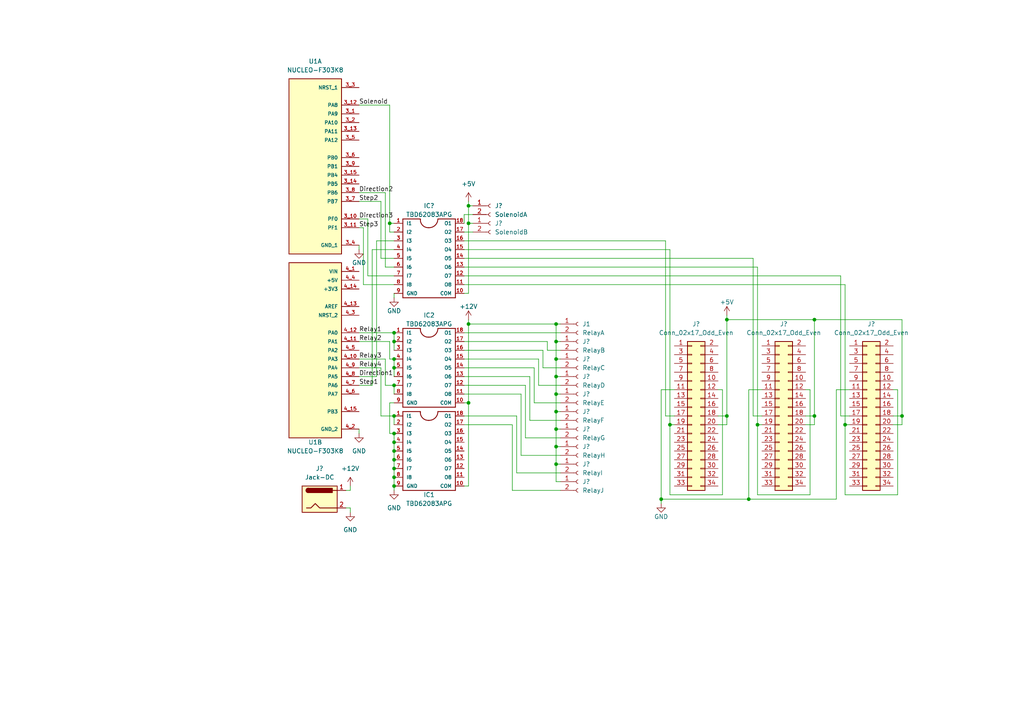
<source format=kicad_sch>
(kicad_sch (version 20211123) (generator eeschema)
  (paper "A4")
  (lib_symbols
    (symbol "Connector:Conn_01x02_Female" (pin_names (offset 1.016) hide)
      (property "Reference" "J" (at 0 2.54 0))
      (property "Value" "Conn_01x02_Female" (at 0 -5.08 0))
      (symbol "Conn_01x02_Female_1_1"
        (arc (start 0 -2.032) (mid -0.508 -2.54) (end 0 -3.048) (stroke (width 0.1524)))
        (polyline (pts (xy -1.27 -2.54) (xy -0.508 -2.54)) (stroke (width 0.1524)))
        (polyline (pts (xy -1.27 0) (xy -0.508 0)) (stroke (width 0.1524)))
        (arc (start 0 0.508) (mid -0.508 0) (end 0 -0.508) (stroke (width 0.1524)))
        (pin passive line (at -5.08 0 0) (length 3.81) (name "Pin_1") (number "1"))
        (pin passive line (at -5.08 -2.54 0) (length 3.81) (name "Pin_2") (number "2"))
      )
    )
    (symbol "Connector:Jack-DC" (pin_names (offset 1.016))
      (property "Reference" "J" (at 0 5.334 0))
      (property "Value" "Jack-DC" (at 0 -5.08 0))
      (symbol "Jack-DC_0_1"
        (rectangle (start -5.08 3.81) (end 5.08 -3.81) (stroke (width 0.254)) (fill (type background)))
        (arc (start -3.302 3.175) (mid -3.937 2.54) (end -3.302 1.905) (stroke (width 0.254)))
        (arc (start -3.302 3.175) (mid -3.937 2.54) (end -3.302 1.905) (stroke (width 0.254)) (fill (type outline)))
        (polyline (pts (xy 5.08 2.54) (xy 3.81 2.54)) (stroke (width 0.254)))
        (polyline (pts (xy -3.81 -2.54) (xy -2.54 -2.54) (xy -1.27 -1.27) (xy 0 -2.54) (xy 2.54 -2.54) (xy 5.08 -2.54)) (stroke (width 0.254)))
        (rectangle (start 3.683 3.175) (end -3.302 1.905) (stroke (width 0.254)) (fill (type outline)))
      )
      (symbol "Jack-DC_1_1"
        (pin passive line (at 7.62 2.54 180) (length 2.54) (name "~") (number "1"))
        (pin passive line (at 7.62 -2.54 180) (length 2.54) (name "~") (number "2"))
      )
    )
    (symbol "Connector_Generic:Conn_02x17_Odd_Even" (pin_names (offset 1.016) hide)
      (property "Reference" "J" (at 1.27 22.86 0))
      (property "Value" "Conn_02x17_Odd_Even" (at 1.27 -22.86 0))
      (symbol "Conn_02x17_Odd_Even_1_1"
        (rectangle (start -1.27 -20.193) (end 0 -20.447) (stroke (width 0.1524)))
        (rectangle (start -1.27 -17.653) (end 0 -17.907) (stroke (width 0.1524)))
        (rectangle (start -1.27 -15.113) (end 0 -15.367) (stroke (width 0.1524)))
        (rectangle (start -1.27 -12.573) (end 0 -12.827) (stroke (width 0.1524)))
        (rectangle (start -1.27 -10.033) (end 0 -10.287) (stroke (width 0.1524)))
        (rectangle (start -1.27 -7.493) (end 0 -7.747) (stroke (width 0.1524)))
        (rectangle (start -1.27 -4.953) (end 0 -5.207) (stroke (width 0.1524)))
        (rectangle (start -1.27 -2.413) (end 0 -2.667) (stroke (width 0.1524)))
        (rectangle (start -1.27 0.127) (end 0 -0.127) (stroke (width 0.1524)))
        (rectangle (start -1.27 2.667) (end 0 2.413) (stroke (width 0.1524)))
        (rectangle (start -1.27 5.207) (end 0 4.953) (stroke (width 0.1524)))
        (rectangle (start -1.27 7.747) (end 0 7.493) (stroke (width 0.1524)))
        (rectangle (start -1.27 10.287) (end 0 10.033) (stroke (width 0.1524)))
        (rectangle (start -1.27 12.827) (end 0 12.573) (stroke (width 0.1524)))
        (rectangle (start -1.27 15.367) (end 0 15.113) (stroke (width 0.1524)))
        (rectangle (start -1.27 17.907) (end 0 17.653) (stroke (width 0.1524)))
        (rectangle (start -1.27 20.447) (end 0 20.193) (stroke (width 0.1524)))
        (rectangle (start -1.27 21.59) (end 3.81 -21.59) (stroke (width 0.254)) (fill (type background)))
        (rectangle (start 3.81 -20.193) (end 2.54 -20.447) (stroke (width 0.1524)))
        (rectangle (start 3.81 -17.653) (end 2.54 -17.907) (stroke (width 0.1524)))
        (rectangle (start 3.81 -15.113) (end 2.54 -15.367) (stroke (width 0.1524)))
        (rectangle (start 3.81 -12.573) (end 2.54 -12.827) (stroke (width 0.1524)))
        (rectangle (start 3.81 -10.033) (end 2.54 -10.287) (stroke (width 0.1524)))
        (rectangle (start 3.81 -7.493) (end 2.54 -7.747) (stroke (width 0.1524)))
        (rectangle (start 3.81 -4.953) (end 2.54 -5.207) (stroke (width 0.1524)))
        (rectangle (start 3.81 -2.413) (end 2.54 -2.667) (stroke (width 0.1524)))
        (rectangle (start 3.81 0.127) (end 2.54 -0.127) (stroke (width 0.1524)))
        (rectangle (start 3.81 2.667) (end 2.54 2.413) (stroke (width 0.1524)))
        (rectangle (start 3.81 5.207) (end 2.54 4.953) (stroke (width 0.1524)))
        (rectangle (start 3.81 7.747) (end 2.54 7.493) (stroke (width 0.1524)))
        (rectangle (start 3.81 10.287) (end 2.54 10.033) (stroke (width 0.1524)))
        (rectangle (start 3.81 12.827) (end 2.54 12.573) (stroke (width 0.1524)))
        (rectangle (start 3.81 15.367) (end 2.54 15.113) (stroke (width 0.1524)))
        (rectangle (start 3.81 17.907) (end 2.54 17.653) (stroke (width 0.1524)))
        (rectangle (start 3.81 20.447) (end 2.54 20.193) (stroke (width 0.1524)))
        (pin passive line (at -5.08 20.32 0) (length 3.81) (name "Pin_1") (number "1"))
        (pin passive line (at 7.62 10.16 180) (length 3.81) (name "Pin_10") (number "10"))
        (pin passive line (at -5.08 7.62 0) (length 3.81) (name "Pin_11") (number "11"))
        (pin passive line (at 7.62 7.62 180) (length 3.81) (name "Pin_12") (number "12"))
        (pin passive line (at -5.08 5.08 0) (length 3.81) (name "Pin_13") (number "13"))
        (pin passive line (at 7.62 5.08 180) (length 3.81) (name "Pin_14") (number "14"))
        (pin passive line (at -5.08 2.54 0) (length 3.81) (name "Pin_15") (number "15"))
        (pin passive line (at 7.62 2.54 180) (length 3.81) (name "Pin_16") (number "16"))
        (pin passive line (at -5.08 0 0) (length 3.81) (name "Pin_17") (number "17"))
        (pin passive line (at 7.62 0 180) (length 3.81) (name "Pin_18") (number "18"))
        (pin passive line (at -5.08 -2.54 0) (length 3.81) (name "Pin_19") (number "19"))
        (pin passive line (at 7.62 20.32 180) (length 3.81) (name "Pin_2") (number "2"))
        (pin passive line (at 7.62 -2.54 180) (length 3.81) (name "Pin_20") (number "20"))
        (pin passive line (at -5.08 -5.08 0) (length 3.81) (name "Pin_21") (number "21"))
        (pin passive line (at 7.62 -5.08 180) (length 3.81) (name "Pin_22") (number "22"))
        (pin passive line (at -5.08 -7.62 0) (length 3.81) (name "Pin_23") (number "23"))
        (pin passive line (at 7.62 -7.62 180) (length 3.81) (name "Pin_24") (number "24"))
        (pin passive line (at -5.08 -10.16 0) (length 3.81) (name "Pin_25") (number "25"))
        (pin passive line (at 7.62 -10.16 180) (length 3.81) (name "Pin_26") (number "26"))
        (pin passive line (at -5.08 -12.7 0) (length 3.81) (name "Pin_27") (number "27"))
        (pin passive line (at 7.62 -12.7 180) (length 3.81) (name "Pin_28") (number "28"))
        (pin passive line (at -5.08 -15.24 0) (length 3.81) (name "Pin_29") (number "29"))
        (pin passive line (at -5.08 17.78 0) (length 3.81) (name "Pin_3") (number "3"))
        (pin passive line (at 7.62 -15.24 180) (length 3.81) (name "Pin_30") (number "30"))
        (pin passive line (at -5.08 -17.78 0) (length 3.81) (name "Pin_31") (number "31"))
        (pin passive line (at 7.62 -17.78 180) (length 3.81) (name "Pin_32") (number "32"))
        (pin passive line (at -5.08 -20.32 0) (length 3.81) (name "Pin_33") (number "33"))
        (pin passive line (at 7.62 -20.32 180) (length 3.81) (name "Pin_34") (number "34"))
        (pin passive line (at 7.62 17.78 180) (length 3.81) (name "Pin_4") (number "4"))
        (pin passive line (at -5.08 15.24 0) (length 3.81) (name "Pin_5") (number "5"))
        (pin passive line (at 7.62 15.24 180) (length 3.81) (name "Pin_6") (number "6"))
        (pin passive line (at -5.08 12.7 0) (length 3.81) (name "Pin_7") (number "7"))
        (pin passive line (at 7.62 12.7 180) (length 3.81) (name "Pin_8") (number "8"))
        (pin passive line (at -5.08 10.16 0) (length 3.81) (name "Pin_9") (number "9"))
      )
    )
    (symbol "NUCLEO-F303K8:NUCLEO-F303K8" (pin_names (offset 1.016))
      (property "Reference" "U" (at -7.6292 25.9456 0))
      (property "Value" "NUCLEO-F303K8" (at -7.6233 -27.7005 0))
      (symbol "NUCLEO-F303K8_1_0"
        (rectangle (start -7.62 -25.4) (end 7.62 25.4) (stroke (width 0.254)) (fill (type background)))
        (pin bidirectional line (at 12.7 15.24 180) (length 5.08) (name "PA9") (number "3_1"))
        (pin bidirectional line (at 12.7 -15.24 180) (length 5.08) (name "PF0") (number "3_10"))
        (pin bidirectional line (at 12.7 -17.78 180) (length 5.08) (name "PF1") (number "3_11"))
        (pin bidirectional line (at 12.7 17.78 180) (length 5.08) (name "PA8") (number "3_12"))
        (pin bidirectional line (at 12.7 10.16 180) (length 5.08) (name "PA11") (number "3_13"))
        (pin bidirectional line (at 12.7 -5.08 180) (length 5.08) (name "PB5") (number "3_14"))
        (pin bidirectional line (at 12.7 -2.54 180) (length 5.08) (name "PB4") (number "3_15"))
        (pin bidirectional line (at 12.7 12.7 180) (length 5.08) (name "PA10") (number "3_2"))
        (pin bidirectional line (at 12.7 22.86 180) (length 5.08) (name "NRST_1") (number "3_3"))
        (pin power_in line (at 12.7 -22.86 180) (length 5.08) (name "GND_1") (number "3_4"))
        (pin bidirectional line (at 12.7 7.62 180) (length 5.08) (name "PA12") (number "3_5"))
        (pin bidirectional line (at 12.7 2.54 180) (length 5.08) (name "PB0") (number "3_6"))
        (pin bidirectional line (at 12.7 -10.16 180) (length 5.08) (name "PB7") (number "3_7"))
        (pin bidirectional line (at 12.7 -7.62 180) (length 5.08) (name "PB6") (number "3_8"))
        (pin bidirectional line (at 12.7 0 180) (length 5.08) (name "PB1") (number "3_9"))
      )
      (symbol "NUCLEO-F303K8_2_0"
        (rectangle (start -7.62 -25.4) (end 7.62 25.4) (stroke (width 0.254)) (fill (type background)))
        (pin power_in line (at 12.7 22.86 180) (length 5.08) (name "VIN") (number "4_1"))
        (pin bidirectional line (at 12.7 -2.54 180) (length 5.08) (name "PA3") (number "4_10"))
        (pin bidirectional line (at 12.7 2.54 180) (length 5.08) (name "PA1") (number "4_11"))
        (pin bidirectional line (at 12.7 5.08 180) (length 5.08) (name "PA0") (number "4_12"))
        (pin bidirectional line (at 12.7 12.7 180) (length 5.08) (name "AREF") (number "4_13"))
        (pin power_in line (at 12.7 17.78 180) (length 5.08) (name "+3V3") (number "4_14"))
        (pin bidirectional line (at 12.7 -17.78 180) (length 5.08) (name "PB3") (number "4_15"))
        (pin power_in line (at 12.7 -22.86 180) (length 5.08) (name "GND_2") (number "4_2"))
        (pin bidirectional line (at 12.7 10.16 180) (length 5.08) (name "NRST_2") (number "4_3"))
        (pin power_in line (at 12.7 20.32 180) (length 5.08) (name "+5V") (number "4_4"))
        (pin bidirectional line (at 12.7 0 180) (length 5.08) (name "PA2") (number "4_5"))
        (pin bidirectional line (at 12.7 -12.7 180) (length 5.08) (name "PA7") (number "4_6"))
        (pin bidirectional line (at 12.7 -10.16 180) (length 5.08) (name "PA6") (number "4_7"))
        (pin bidirectional line (at 12.7 -7.62 180) (length 5.08) (name "PA5") (number "4_8"))
        (pin bidirectional line (at 12.7 -5.08 180) (length 5.08) (name "PA4") (number "4_9"))
      )
    )
    (symbol "TBD62083APG:TBD62083APG" (pin_names (offset 1.016))
      (property "Reference" "IC" (at -4.445 12.065 0))
      (property "Value" "TBD62083APG" (at -4.445 -13.97 0))
      (symbol "TBD62083APG_0_0"
        (polyline (pts (xy -5.08 -11.43) (xy 10.16 -11.43)) (stroke (width 0.254)))
        (polyline (pts (xy -5.08 11.43) (xy -5.08 -11.43)) (stroke (width 0.254)))
        (polyline (pts (xy -5.08 11.43) (xy 0 11.43)) (stroke (width 0.254)))
        (polyline (pts (xy 0 11.43) (xy 0 11.176)) (stroke (width 0.254)))
        (polyline (pts (xy 2.54 8.89) (xy 2.286 8.89)) (stroke (width 0.254)))
        (polyline (pts (xy 10.16 -11.43) (xy 10.16 11.43)) (stroke (width 0.254)))
        (polyline (pts (xy 10.16 11.43) (xy 5.08 11.43)) (stroke (width 0.254)))
        (arc (start 0 11.176) (mid 0.6696 9.5596) (end 2.286 8.89) (stroke (width 0.254)))
        (arc (start 2.54 8.89) (mid 4.3361 9.6339) (end 5.08 11.43) (stroke (width 0.254)))
        (pin passive line (at -7.62 10.16 0) (length 2.54) (name "I1") (number "1"))
        (pin passive line (at 12.7 -10.16 180) (length 2.54) (name "COM") (number "10"))
        (pin passive line (at 12.7 -7.62 180) (length 2.54) (name "O8") (number "11"))
        (pin passive line (at 12.7 -5.08 180) (length 2.54) (name "O7") (number "12"))
        (pin passive line (at 12.7 -2.54 180) (length 2.54) (name "O6") (number "13"))
        (pin passive line (at 12.7 0 180) (length 2.54) (name "O5") (number "14"))
        (pin passive line (at 12.7 2.54 180) (length 2.54) (name "O4") (number "15"))
        (pin passive line (at 12.7 5.08 180) (length 2.54) (name "O3") (number "16"))
        (pin passive line (at 12.7 7.62 180) (length 2.54) (name "O2") (number "17"))
        (pin passive line (at 12.7 10.16 180) (length 2.54) (name "O1") (number "18"))
        (pin passive line (at -7.62 7.62 0) (length 2.54) (name "I2") (number "2"))
        (pin passive line (at -7.62 5.08 0) (length 2.54) (name "I3") (number "3"))
        (pin passive line (at -7.62 2.54 0) (length 2.54) (name "I4") (number "4"))
        (pin passive line (at -7.62 0 0) (length 2.54) (name "I5") (number "5"))
        (pin passive line (at -7.62 -2.54 0) (length 2.54) (name "I6") (number "6"))
        (pin passive line (at -7.62 -5.08 0) (length 2.54) (name "I7") (number "7"))
        (pin passive line (at -7.62 -7.62 0) (length 2.54) (name "I8") (number "8"))
        (pin passive line (at -7.62 -10.16 0) (length 2.54) (name "GND") (number "9"))
      )
    )
    (symbol "power:+12V" (power) (pin_names (offset 0))
      (property "Value" "+12V" (at 0 3.556 0))
      (symbol "+12V_0_1"
        (polyline (pts (xy -0.762 1.27) (xy 0 2.54)))
        (polyline (pts (xy 0 0) (xy 0 2.54)))
        (polyline (pts (xy 0 2.54) (xy 0.762 1.27)))
      )
      (symbol "+12V_1_1"
        (pin power_in line (at 0 0 90) (length 0) hide (name "+12V") (number "1"))
      )
    )
    (symbol "power:+5V" (power) (pin_names (offset 0))
      (property "Value" "+5V" (at 0 3.556 0))
      (symbol "+5V_0_1"
        (polyline (pts (xy -0.762 1.27) (xy 0 2.54)))
        (polyline (pts (xy 0 0) (xy 0 2.54)))
        (polyline (pts (xy 0 2.54) (xy 0.762 1.27)))
      )
      (symbol "+5V_1_1"
        (pin power_in line (at 0 0 90) (length 0) hide (name "+5V") (number "1"))
      )
    )
    (symbol "power:GND" (power) (pin_names (offset 0))
      (property "Value" "GND" (at 0 -3.81 0))
      (symbol "GND_0_1"
        (polyline (pts (xy 0 0) (xy 0 -1.27) (xy 1.27 -1.27) (xy 0 -2.54) (xy -1.27 -1.27) (xy 0 -1.27)))
      )
      (symbol "GND_1_1"
        (pin power_in line (at 0 0 270) (length 0) hide (name "GND") (number "1"))
      )
    )
  )
  (junction (at 261.62 120.65))
  (junction (at 135.89 64.77))
  (junction (at 161.29 129.54))
  (junction (at 210.82 120.65))
  (junction (at 161.29 119.38))
  (junction (at 245.11 123.19))
  (junction (at 135.89 59.69))
  (junction (at 161.29 114.3))
  (junction (at 113.03 64.77))
  (junction (at 161.29 104.14))
  (junction (at 161.29 109.22))
  (junction (at 114.3 128.27))
  (junction (at 114.3 104.14))
  (junction (at 114.3 138.43))
  (junction (at 194.31 123.19))
  (junction (at 114.3 111.76))
  (junction (at 161.29 99.06))
  (junction (at 161.29 134.62))
  (junction (at 114.3 130.81))
  (junction (at 114.3 106.68))
  (junction (at 114.3 140.97))
  (junction (at 161.29 124.46))
  (junction (at 135.89 93.98))
  (junction (at 161.29 93.98))
  (junction (at 114.3 96.52))
  (junction (at 236.22 92.71))
  (junction (at 210.82 92.71))
  (junction (at 114.3 99.06))
  (junction (at 135.89 116.84))
  (junction (at 114.3 125.73))
  (junction (at 217.17 144.78))
  (junction (at 236.22 120.65))
  (junction (at 114.3 135.89))
  (junction (at 114.3 120.65))
  (junction (at 114.3 133.35))
  (junction (at 219.71 123.19))
  (junction (at 191.77 144.78))
  (wire (pts (xy 105.41 66.04) (xy 105.41 82.55)))
  (wire (pts (xy 161.29 104.14) (xy 162.56 104.14)))
  (wire (pts (xy 101.6 147.32) (xy 101.6 148.59)))
  (wire (pts (xy 104.14 99.06) (xy 113.03 99.06)))
  (wire (pts (xy 234.95 113.03) (xy 233.68 113.03)))
  (wire (pts (xy 104.14 111.76) (xy 107.95 111.76)))
  (wire (pts (xy 158.75 99.06) (xy 158.75 101.6)))
  (wire (pts (xy 114.3 140.97) (xy 114.3 142.24)))
  (wire (pts (xy 194.31 123.19) (xy 194.31 143.51)))
  (wire (pts (xy 113.03 104.14) (xy 114.3 104.14)))
  (wire (pts (xy 134.62 116.84) (xy 135.89 116.84)))
  (wire (pts (xy 157.48 101.6) (xy 134.62 101.6)))
  (wire (pts (xy 113.03 99.06) (xy 113.03 104.14)))
  (wire (pts (xy 157.48 101.6) (xy 157.48 106.68)))
  (wire (pts (xy 104.14 109.22) (xy 109.22 109.22)))
  (wire (pts (xy 260.35 143.51) (xy 260.35 113.03)))
  (wire (pts (xy 100.33 142.24) (xy 101.6 142.24)))
  (wire (pts (xy 134.62 69.85) (xy 193.04 69.85)))
  (wire (pts (xy 113.03 64.77) (xy 114.3 64.77)))
  (wire (pts (xy 195.58 123.19) (xy 194.31 123.19)))
  (wire (pts (xy 219.71 143.51) (xy 234.95 143.51)))
  (wire (pts (xy 113.03 64.77) (xy 113.03 67.31)))
  (wire (pts (xy 104.14 72.39) (xy 104.14 71.12)))
  (wire (pts (xy 218.44 120.65) (xy 218.44 74.93)))
  (wire (pts (xy 246.38 123.19) (xy 245.11 123.19)))
  (wire (pts (xy 261.62 120.65) (xy 259.08 120.65)))
  (wire (pts (xy 210.82 91.44) (xy 210.82 92.71)))
  (wire (pts (xy 111.76 55.88) (xy 111.76 77.47)))
  (wire (pts (xy 114.3 111.76) (xy 114.3 114.3)))
  (wire (pts (xy 219.71 123.19) (xy 219.71 143.51)))
  (wire (pts (xy 134.62 99.06) (xy 158.75 99.06)))
  (wire (pts (xy 134.62 104.14) (xy 156.21 104.14)))
  (wire (pts (xy 134.62 64.77) (xy 134.62 62.23)))
  (wire (pts (xy 114.3 128.27) (xy 114.3 130.81)))
  (wire (pts (xy 245.11 143.51) (xy 260.35 143.51)))
  (wire (pts (xy 135.89 64.77) (xy 137.16 64.77)))
  (wire (pts (xy 220.98 123.19) (xy 219.71 123.19)))
  (wire (pts (xy 242.57 113.03) (xy 246.38 113.03)))
  (wire (pts (xy 259.08 123.19) (xy 261.62 123.19)))
  (wire (pts (xy 109.22 69.85) (xy 109.22 109.22)))
  (wire (pts (xy 195.58 120.65) (xy 193.04 120.65)))
  (wire (pts (xy 100.33 147.32) (xy 101.6 147.32)))
  (wire (pts (xy 111.76 111.76) (xy 114.3 111.76)))
  (wire (pts (xy 114.3 133.35) (xy 114.3 135.89)))
  (wire (pts (xy 134.62 96.52) (xy 162.56 96.52)))
  (wire (pts (xy 220.98 120.65) (xy 218.44 120.65)))
  (wire (pts (xy 261.62 92.71) (xy 261.62 120.65)))
  (wire (pts (xy 149.86 120.65) (xy 149.86 137.16)))
  (wire (pts (xy 104.14 106.68) (xy 110.49 106.68)))
  (wire (pts (xy 191.77 113.03) (xy 191.77 144.78)))
  (wire (pts (xy 152.4 127) (xy 162.56 127)))
  (wire (pts (xy 135.89 58.42) (xy 135.89 59.69)))
  (wire (pts (xy 134.62 82.55) (xy 245.11 82.55)))
  (wire (pts (xy 114.3 125.73) (xy 114.3 128.27)))
  (wire (pts (xy 114.3 96.52) (xy 114.3 99.06)))
  (wire (pts (xy 134.62 114.3) (xy 151.13 114.3)))
  (wire (pts (xy 210.82 120.65) (xy 208.28 120.65)))
  (wire (pts (xy 210.82 92.71) (xy 236.22 92.71)))
  (wire (pts (xy 153.67 121.92) (xy 162.56 121.92)))
  (wire (pts (xy 219.71 77.47) (xy 219.71 123.19)))
  (wire (pts (xy 161.29 119.38) (xy 162.56 119.38)))
  (wire (pts (xy 104.14 124.46) (xy 104.14 125.73)))
  (wire (pts (xy 109.22 69.85) (xy 114.3 69.85)))
  (wire (pts (xy 210.82 92.71) (xy 210.82 120.65)))
  (wire (pts (xy 114.3 74.93) (xy 110.49 74.93)))
  (wire (pts (xy 151.13 132.08) (xy 162.56 132.08)))
  (wire (pts (xy 236.22 120.65) (xy 236.22 123.19)))
  (wire (pts (xy 154.94 106.68) (xy 154.94 116.84)))
  (wire (pts (xy 208.28 123.19) (xy 210.82 123.19)))
  (wire (pts (xy 107.95 72.39) (xy 107.95 111.76)))
  (wire (pts (xy 217.17 144.78) (xy 242.57 144.78)))
  (wire (pts (xy 233.68 123.19) (xy 236.22 123.19)))
  (wire (pts (xy 113.03 30.48) (xy 104.14 30.48)))
  (wire (pts (xy 194.31 123.19) (xy 194.31 72.39)))
  (wire (pts (xy 191.77 144.78) (xy 191.77 146.05)))
  (wire (pts (xy 114.3 106.68) (xy 114.3 109.22)))
  (wire (pts (xy 191.77 144.78) (xy 217.17 144.78)))
  (wire (pts (xy 162.56 142.24) (xy 148.59 142.24)))
  (wire (pts (xy 156.21 104.14) (xy 156.21 111.76)))
  (wire (pts (xy 107.95 72.39) (xy 114.3 72.39)))
  (wire (pts (xy 114.3 80.01) (xy 106.68 80.01)))
  (wire (pts (xy 161.29 109.22) (xy 162.56 109.22)))
  (wire (pts (xy 209.55 143.51) (xy 194.31 143.51)))
  (wire (pts (xy 161.29 93.98) (xy 162.56 93.98)))
  (wire (pts (xy 134.62 140.97) (xy 135.89 140.97)))
  (wire (pts (xy 153.67 109.22) (xy 134.62 109.22)))
  (wire (pts (xy 236.22 92.71) (xy 236.22 120.65)))
  (wire (pts (xy 242.57 144.78) (xy 242.57 113.03)))
  (wire (pts (xy 104.14 63.5) (xy 106.68 63.5)))
  (wire (pts (xy 135.89 59.69) (xy 135.89 64.77)))
  (wire (pts (xy 135.89 64.77) (xy 135.89 85.09)))
  (wire (pts (xy 161.29 104.14) (xy 161.29 99.06)))
  (wire (pts (xy 110.49 120.65) (xy 114.3 120.65)))
  (wire (pts (xy 135.89 93.98) (xy 161.29 93.98)))
  (wire (pts (xy 110.49 106.68) (xy 110.49 120.65)))
  (wire (pts (xy 104.14 96.52) (xy 114.3 96.52)))
  (wire (pts (xy 105.41 82.55) (xy 114.3 82.55)))
  (wire (pts (xy 161.29 99.06) (xy 161.29 93.98)))
  (wire (pts (xy 104.14 55.88) (xy 111.76 55.88)))
  (wire (pts (xy 135.89 93.98) (xy 135.89 116.84)))
  (wire (pts (xy 134.62 67.31) (xy 137.16 67.31)))
  (wire (pts (xy 114.3 135.89) (xy 114.3 138.43)))
  (wire (pts (xy 208.28 113.03) (xy 209.55 113.03)))
  (wire (pts (xy 101.6 142.24) (xy 101.6 140.97)))
  (wire (pts (xy 161.29 119.38) (xy 161.29 114.3)))
  (wire (pts (xy 104.14 58.42) (xy 110.49 58.42)))
  (wire (pts (xy 156.21 111.76) (xy 162.56 111.76)))
  (wire (pts (xy 233.68 120.65) (xy 236.22 120.65)))
  (wire (pts (xy 217.17 113.03) (xy 220.98 113.03)))
  (wire (pts (xy 148.59 123.19) (xy 134.62 123.19)))
  (wire (pts (xy 245.11 82.55) (xy 245.11 123.19)))
  (wire (pts (xy 152.4 111.76) (xy 134.62 111.76)))
  (wire (pts (xy 106.68 63.5) (xy 106.68 80.01)))
  (wire (pts (xy 260.35 113.03) (xy 259.08 113.03)))
  (wire (pts (xy 161.29 134.62) (xy 161.29 129.54)))
  (wire (pts (xy 195.58 113.03) (xy 191.77 113.03)))
  (wire (pts (xy 149.86 137.16) (xy 162.56 137.16)))
  (wire (pts (xy 261.62 123.19) (xy 261.62 120.65)))
  (wire (pts (xy 114.3 104.14) (xy 114.3 106.68)))
  (wire (pts (xy 135.89 85.09) (xy 134.62 85.09)))
  (wire (pts (xy 243.84 80.01) (xy 134.62 80.01)))
  (wire (pts (xy 161.29 124.46) (xy 161.29 119.38)))
  (wire (pts (xy 113.03 125.73) (xy 113.03 116.84)))
  (wire (pts (xy 234.95 113.03) (xy 234.95 143.51)))
  (wire (pts (xy 162.56 139.7) (xy 161.29 139.7)))
  (wire (pts (xy 114.3 99.06) (xy 114.3 101.6)))
  (wire (pts (xy 105.41 66.04) (xy 104.14 66.04)))
  (wire (pts (xy 161.29 139.7) (xy 161.29 134.62)))
  (wire (pts (xy 161.29 124.46) (xy 162.56 124.46)))
  (wire (pts (xy 161.29 134.62) (xy 162.56 134.62)))
  (wire (pts (xy 114.3 130.81) (xy 114.3 133.35)))
  (wire (pts (xy 154.94 116.84) (xy 162.56 116.84)))
  (wire (pts (xy 209.55 113.03) (xy 209.55 143.51)))
  (wire (pts (xy 113.03 67.31) (xy 114.3 67.31)))
  (wire (pts (xy 161.29 129.54) (xy 162.56 129.54)))
  (wire (pts (xy 104.14 104.14) (xy 111.76 104.14)))
  (wire (pts (xy 161.29 114.3) (xy 161.29 109.22)))
  (wire (pts (xy 245.11 123.19) (xy 245.11 143.51)))
  (wire (pts (xy 153.67 121.92) (xy 153.67 109.22)))
  (wire (pts (xy 193.04 120.65) (xy 193.04 69.85)))
  (wire (pts (xy 218.44 74.93) (xy 134.62 74.93)))
  (wire (pts (xy 161.29 129.54) (xy 161.29 124.46)))
  (wire (pts (xy 134.62 62.23) (xy 137.16 62.23)))
  (wire (pts (xy 158.75 101.6) (xy 162.56 101.6)))
  (wire (pts (xy 161.29 99.06) (xy 162.56 99.06)))
  (wire (pts (xy 114.3 125.73) (xy 113.03 125.73)))
  (wire (pts (xy 114.3 138.43) (xy 114.3 140.97)))
  (wire (pts (xy 134.62 106.68) (xy 154.94 106.68)))
  (wire (pts (xy 134.62 77.47) (xy 219.71 77.47)))
  (wire (pts (xy 151.13 114.3) (xy 151.13 132.08)))
  (wire (pts (xy 134.62 120.65) (xy 149.86 120.65)))
  (wire (pts (xy 113.03 30.48) (xy 113.03 64.77)))
  (wire (pts (xy 135.89 92.71) (xy 135.89 93.98)))
  (wire (pts (xy 161.29 114.3) (xy 162.56 114.3)))
  (wire (pts (xy 194.31 72.39) (xy 134.62 72.39)))
  (wire (pts (xy 114.3 77.47) (xy 111.76 77.47)))
  (wire (pts (xy 217.17 144.78) (xy 217.17 113.03)))
  (wire (pts (xy 135.89 59.69) (xy 137.16 59.69)))
  (wire (pts (xy 246.38 120.65) (xy 243.84 120.65)))
  (wire (pts (xy 114.3 116.84) (xy 113.03 116.84)))
  (wire (pts (xy 110.49 58.42) (xy 110.49 74.93)))
  (wire (pts (xy 243.84 120.65) (xy 243.84 80.01)))
  (wire (pts (xy 114.3 120.65) (xy 114.3 123.19)))
  (wire (pts (xy 114.3 85.09) (xy 114.3 86.36)))
  (wire (pts (xy 152.4 111.76) (xy 152.4 127)))
  (wire (pts (xy 111.76 104.14) (xy 111.76 111.76)))
  (wire (pts (xy 157.48 106.68) (xy 162.56 106.68)))
  (wire (pts (xy 210.82 123.19) (xy 210.82 120.65)))
  (wire (pts (xy 161.29 109.22) (xy 161.29 104.14)))
  (wire (pts (xy 135.89 140.97) (xy 135.89 116.84)))
  (wire (pts (xy 148.59 142.24) (xy 148.59 123.19)))
  (wire (pts (xy 236.22 92.71) (xy 261.62 92.71)))
  (label "Solenoid" (at 104.14 30.48 0))
  (label "Relay2" (at 104.14 99.06 0))
  (label "Direction2" (at 104.14 55.88 0))
  (label "Direction3" (at 104.14 63.5 0))
  (label "Step3" (at 104.14 66.04 0))
  (label "Step1" (at 104.14 111.76 0))
  (label "Direction1" (at 104.14 109.22 0))
  (label "Relay4" (at 104.14 106.68 0))
  (label "Relay3" (at 104.14 104.14 0))
  (label "Relay1" (at 104.14 96.52 0))
  (label "Step2" (at 104.14 58.42 0))
  (symbol (lib_id "Connector:Conn_01x02_Female") (at 142.24 59.69 0) (unit 1)
    (property "Reference" "J?" (at 143.51 59.6899 0) (effects (justify left)))
    (property "Value" "SolenoidA" (at 143.51 62.2299 0) (effects (justify left)))
  )
  (symbol (lib_id "Connector:Conn_01x02_Female") (at 167.64 93.98 0) (unit 1)
    (property "Reference" "J1" (at 168.91 93.9799 0) (effects (justify left)))
    (property "Value" "RelayA" (at 168.91 96.5199 0) (effects (justify left)))
  )
  (symbol (lib_id "Connector:Conn_01x02_Female") (at 167.64 109.22 0) (unit 1)
    (property "Reference" "J?" (at 168.91 109.2199 0) (effects (justify left)))
    (property "Value" "RelayD" (at 168.91 111.7599 0) (effects (justify left)))
  )
  (symbol (lib_id "power:+5V") (at 210.82 91.44 0) (unit 1)
    (property "Reference" "#PWR?" (effects hide))
    (property "Value" "+5V" (at 210.82 87.63 0))
  )
  (symbol (lib_id "Connector:Conn_01x02_Female") (at 142.24 64.77 0) (unit 1)
    (property "Reference" "J?" (at 143.51 64.7699 0) (effects (justify left)))
    (property "Value" "SolenoidB" (at 143.51 67.3099 0) (effects (justify left)))
  )
  (symbol (lib_id "Connector:Conn_01x02_Female") (at 167.64 99.06 0) (unit 1)
    (property "Reference" "J?" (at 168.91 99.0599 0) (effects (justify left)))
    (property "Value" "RelayB" (at 168.91 101.5999 0) (effects (justify left)))
  )
  (symbol (lib_id "power:+12V") (at 101.6 140.97 0) (unit 1)
    (property "Reference" "#PWR?" (effects hide))
    (property "Value" "+12V" (at 101.6 135.89 0))
  )
  (symbol (lib_id "TBD62083APG:TBD62083APG") (at 121.92 74.93 0) (unit 1)
    (property "Reference" "IC?" (at 124.46 59.69 0))
    (property "Value" "TBD62083APG" (at 124.46 62.23 0))
    (property "POPULARITY" "0" (effects hide))
  )
  (symbol (lib_id "NUCLEO-F303K8:NUCLEO-F303K8") (at 91.44 101.6 0) (unit 2)
    (property "Reference" "U1" (at 91.44 128.27 0))
    (property "Value" "NUCLEO-F303K8" (at 91.44 130.81 0))
    (property "Footprint" "Nucleo-f303k8:MODULE_NUCLEO-F303K8" (effects hide))
    (property "PARTREV" "5" (effects hide))
    (property "SNAPEDA_PN" "NUCLEO-F303K8" (effects hide))
    (property "MAXIMUM_PACKAGE_HEIGHT" "N/A" (effects hide))
    (property "MANUFACTURER" "STMicroelectronics" (effects hide))
    (property "STANDARD" "Manufacturer Recommendations" (effects hide))
  )
  (symbol (lib_id "NUCLEO-F303K8:NUCLEO-F303K8") (at 91.44 48.26 0) (unit 1)
    (property "Reference" "U1" (at 91.44 17.78 0))
    (property "Value" "NUCLEO-F303K8" (at 91.44 20.32 0))
    (property "Footprint" "Nucleo-f303k8:MODULE_NUCLEO-F303K8" (effects hide))
    (property "PARTREV" "5" (effects hide))
    (property "SNAPEDA_PN" "NUCLEO-F303K8" (effects hide))
    (property "MAXIMUM_PACKAGE_HEIGHT" "N/A" (effects hide))
    (property "MANUFACTURER" "STMicroelectronics" (effects hide))
    (property "STANDARD" "Manufacturer Recommendations" (effects hide))
  )
  (symbol (lib_id "Connector:Conn_01x02_Female") (at 167.64 129.54 0) (unit 1)
    (property "Reference" "J?" (at 168.91 129.5399 0) (effects (justify left)))
    (property "Value" "RelayH" (at 168.91 132.0799 0) (effects (justify left)))
  )
  (symbol (lib_id "Connector:Conn_01x02_Female") (at 167.64 114.3 0) (unit 1)
    (property "Reference" "J?" (at 168.91 114.2999 0) (effects (justify left)))
    (property "Value" "RelayE" (at 168.91 116.8399 0) (effects (justify left)))
  )
  (symbol (lib_id "TBD62083APG:TBD62083APG") (at 121.92 130.81 0) (unit 1)
    (property "Reference" "IC1" (at 124.46 143.51 0))
    (property "Value" "TBD62083APG" (at 124.46 146.05 0))
    (property "POPULARITY" "0" (effects hide))
  )
  (symbol (lib_id "Connector:Conn_01x02_Female") (at 167.64 139.7 0) (unit 1)
    (property "Reference" "J?" (at 168.91 139.6999 0) (effects (justify left)))
    (property "Value" "RelayJ" (at 168.91 142.2399 0) (effects (justify left)))
  )
  (symbol (lib_id "power:GND") (at 114.3 142.24 0) (unit 1)
    (property "Reference" "#PWR?" (effects hide))
    (property "Value" "GND" (at 114.3 147.32 0))
  )
  (symbol (lib_id "Connector:Conn_01x02_Female") (at 167.64 134.62 0) (unit 1)
    (property "Reference" "J?" (at 168.91 134.6199 0) (effects (justify left)))
    (property "Value" "RelayI" (at 168.91 137.1599 0) (effects (justify left)))
  )
  (symbol (lib_id "power:GND") (at 104.14 72.39 0) (unit 1)
    (property "Reference" "#PWR?" (effects hide))
    (property "Value" "GND" (at 104.14 76.2 0))
  )
  (symbol (lib_id "Connector_Generic:Conn_02x17_Odd_Even") (at 226.06 120.65 0) (unit 1)
    (property "Reference" "J?" (at 227.33 93.98 0))
    (property "Value" "Conn_02x17_Odd_Even" (at 227.33 96.52 0))
  )
  (symbol (lib_id "power:GND") (at 191.77 146.05 0) (unit 1)
    (property "Reference" "#PWR?" (effects hide))
    (property "Value" "GND" (at 191.77 149.86 0))
  )
  (symbol (lib_id "Connector_Generic:Conn_02x17_Odd_Even") (at 200.66 120.65 0) (unit 1)
    (property "Reference" "J?" (at 201.93 93.98 0))
    (property "Value" "Conn_02x17_Odd_Even" (at 201.93 96.52 0))
  )
  (symbol (lib_id "power:GND") (at 101.6 148.59 0) (unit 1)
    (property "Reference" "#PWR?" (effects hide))
    (property "Value" "GND" (at 101.6 153.67 0))
  )
  (symbol (lib_id "Connector:Conn_01x02_Female") (at 167.64 119.38 0) (unit 1)
    (property "Reference" "J?" (at 168.91 119.3799 0) (effects (justify left)))
    (property "Value" "RelayF" (at 168.91 121.9199 0) (effects (justify left)))
  )
  (symbol (lib_id "power:GND") (at 104.14 125.73 0) (unit 1)
    (property "Reference" "#PWR?" (effects hide))
    (property "Value" "GND" (at 104.14 130.81 0))
  )
  (symbol (lib_id "Connector:Conn_01x02_Female") (at 167.64 124.46 0) (unit 1)
    (property "Reference" "J?" (at 168.91 124.4599 0) (effects (justify left)))
    (property "Value" "RelayG" (at 168.91 126.9999 0) (effects (justify left)))
  )
  (symbol (lib_id "power:GND") (at 114.3 86.36 0) (unit 1)
    (property "Reference" "#PWR?" (effects hide))
    (property "Value" "GND" (at 114.3 90.17 0))
  )
  (symbol (lib_id "Connector_Generic:Conn_02x17_Odd_Even") (at 251.46 120.65 0) (unit 1)
    (property "Reference" "J?" (at 252.73 93.98 0))
    (property "Value" "Conn_02x17_Odd_Even" (at 252.73 96.52 0))
  )
  (symbol (lib_id "Connector:Conn_01x02_Female") (at 167.64 104.14 0) (unit 1)
    (property "Reference" "J?" (at 168.91 104.1399 0) (effects (justify left)))
    (property "Value" "RelayC" (at 168.91 106.6799 0) (effects (justify left)))
  )
  (symbol (lib_id "TBD62083APG:TBD62083APG") (at 121.92 106.68 0) (unit 1)
    (property "Reference" "IC2" (at 124.46 91.44 0))
    (property "Value" "TBD62083APG" (at 124.46 93.98 0))
    (property "POPULARITY" "0" (effects hide))
  )
  (symbol (lib_id "power:+12V") (at 135.89 92.71 0) (unit 1)
    (property "Reference" "#PWR?" (effects hide))
    (property "Value" "+12V" (at 135.89 88.9 0))
  )
  (symbol (lib_id "power:+5V") (at 135.89 58.42 0) (unit 1)
    (property "Reference" "#PWR?" (effects hide))
    (property "Value" "+5V" (at 135.89 53.34 0))
  )
  (symbol (lib_id "Connector:Jack-DC") (at 92.71 144.78 0) (unit 1)
    (property "Reference" "J?" (at 92.71 135.89 0))
    (property "Value" "Jack-DC" (at 92.71 138.43 0))
  )
)
</source>
